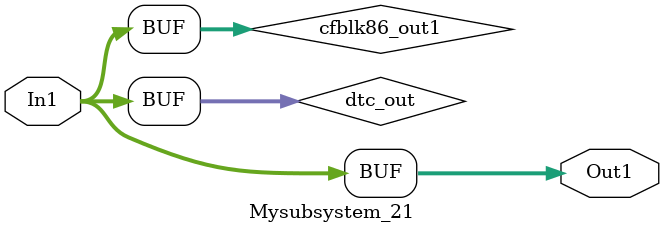
<source format=v>



`timescale 1 ns / 1 ns

module Mysubsystem_21
          (In1,
           Out1);


  input   [7:0] In1;  // uint8
  output  [7:0] Out1;  // uint8


  wire [7:0] dtc_out;  // ufix8
  wire [7:0] cfblk86_out1;  // uint8


  assign dtc_out = In1;



  assign cfblk86_out1 = dtc_out;



  assign Out1 = cfblk86_out1;

endmodule  // Mysubsystem_21


</source>
